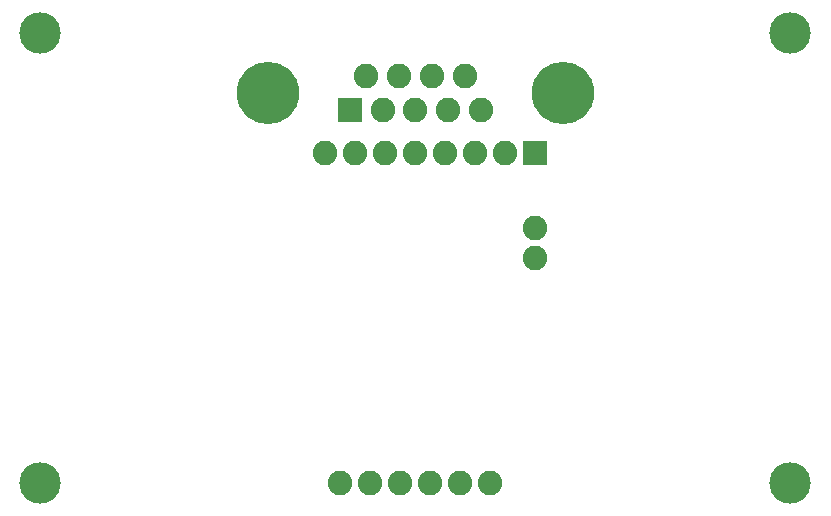
<source format=gbr>
G04 EAGLE Gerber RS-274X export*
G75*
%MOMM*%
%FSLAX34Y34*%
%LPD*%
%INSoldermask Bottom*%
%IPPOS*%
%AMOC8*
5,1,8,0,0,1.08239X$1,22.5*%
G01*
%ADD10C,3.505200*%
%ADD11C,2.082800*%
%ADD12R,2.082800X2.082800*%
%ADD13C,5.283200*%


D10*
X25400Y25400D03*
X660400Y406400D03*
X660400Y25400D03*
X25400Y406400D03*
D11*
X279400Y25400D03*
X304800Y25400D03*
X330200Y25400D03*
X355600Y25400D03*
X381000Y25400D03*
X406400Y25400D03*
D12*
X287500Y341400D03*
D11*
X315200Y341400D03*
X342900Y341400D03*
X370600Y341400D03*
X398300Y341400D03*
X301400Y369800D03*
X329100Y369800D03*
X356700Y369800D03*
X384400Y369800D03*
D13*
X217900Y355600D03*
X467900Y355600D03*
D11*
X444500Y215900D03*
X444500Y241300D03*
D12*
X444500Y304800D03*
D11*
X419100Y304800D03*
X393700Y304800D03*
X368300Y304800D03*
X342900Y304800D03*
X317500Y304800D03*
X292100Y304800D03*
X266700Y304800D03*
M02*

</source>
